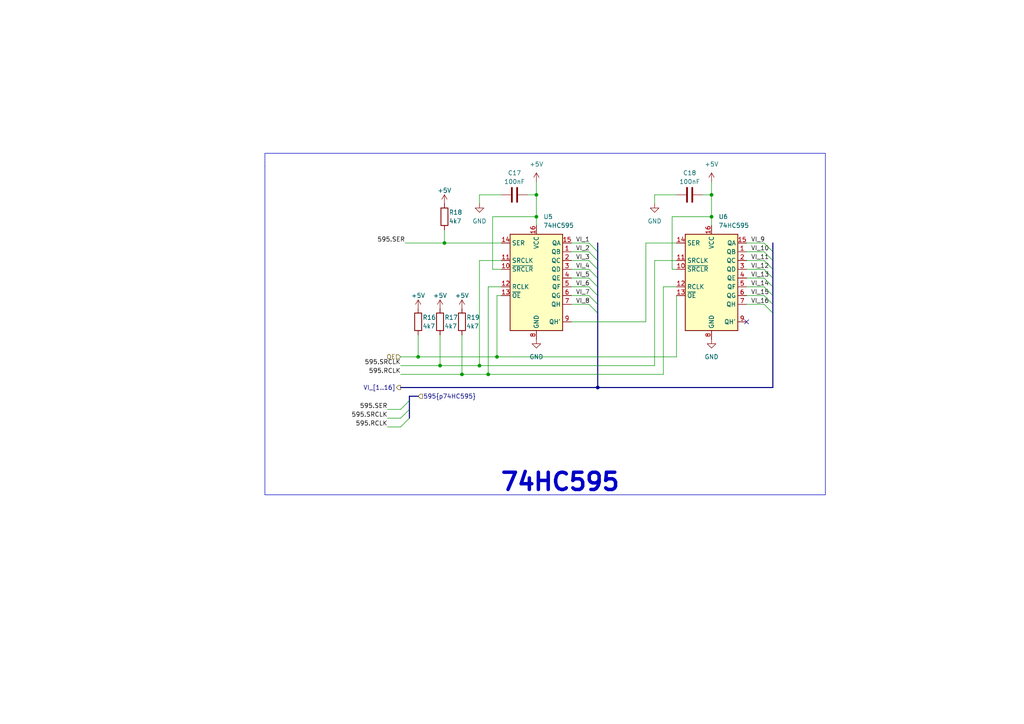
<source format=kicad_sch>
(kicad_sch (version 20230121) (generator eeschema)
  (paper "A4")
  (lib_symbols
    (symbol "74xx:74HC595"
      (property "Reference" "U" (at -7.62 13.97 0))
      (property "Value" "74HC595" (at -7.62 -16.51 0))
      (symbol "74HC595_1_0"
        (pin tri_state line (at 10.16 7.62 180) (length 2.54) (name "QB") (number "1"))
        (pin input line (at -10.16 2.54 0) (length 2.54) (name "~{SRCLR}") (number "10"))
        (pin input line (at -10.16 5.08 0) (length 2.54) (name "SRCLK") (number "11"))
        (pin input line (at -10.16 -2.54 0) (length 2.54) (name "RCLK") (number "12"))
        (pin input line (at -10.16 -5.08 0) (length 2.54) (name "~{OE}") (number "13"))
        (pin input line (at -10.16 10.16 0) (length 2.54) (name "SER") (number "14"))
        (pin tri_state line (at 10.16 10.16 180) (length 2.54) (name "QA") (number "15"))
        (pin power_in line (at 0 15.24 270) (length 2.54) (name "VCC") (number "16"))
        (pin tri_state line (at 10.16 5.08 180) (length 2.54) (name "QC") (number "2"))
        (pin tri_state line (at 10.16 2.54 180) (length 2.54) (name "QD") (number "3"))
        (pin tri_state line (at 10.16 0 180) (length 2.54) (name "QE") (number "4"))
        (pin tri_state line (at 10.16 -2.54 180) (length 2.54) (name "QF") (number "5"))
        (pin tri_state line (at 10.16 -5.08 180) (length 2.54) (name "QG") (number "6"))
        (pin tri_state line (at 10.16 -7.62 180) (length 2.54) (name "QH") (number "7"))
        (pin power_in line (at 0 -17.78 90) (length 2.54) (name "GND") (number "8"))
        (pin output line (at 10.16 -12.7 180) (length 2.54) (name "QH'") (number "9"))
      )
      (symbol "74HC595_1_1"
        (rectangle (start -7.62 12.7) (end 7.62 -15.24) (stroke (width 0.254)) (fill (type background)))
      )
    )
    (symbol "Device:C" (pin_numbers hide) (pin_names (offset 0.254))
      (property "Reference" "C" (at 0.635 2.54 0))
      (property "Value" "C" (at 0.635 -2.54 0))
      (symbol "C_0_1"
        (polyline (pts (xy -2.032 -0.762) (xy 2.032 -0.762)) (stroke (width 0.508)))
        (polyline (pts (xy -2.032 0.762) (xy 2.032 0.762)) (stroke (width 0.508)))
      )
      (symbol "C_1_1"
        (pin passive line (at 0 3.81 270) (length 2.794) (name "~") (number "1"))
        (pin passive line (at 0 -3.81 90) (length 2.794) (name "~") (number "2"))
      )
    )
    (symbol "Device:R" (pin_numbers hide) (pin_names (offset 0))
      (property "Reference" "R" (at 2.032 0 90))
      (property "Value" "R" (at 0 0 90))
      (symbol "R_0_1"
        (rectangle (start -1.016 -2.54) (end 1.016 2.54) (stroke (width 0.254)))
      )
      (symbol "R_1_1"
        (pin passive line (at 0 3.81 270) (length 1.27) (name "~") (number "1"))
        (pin passive line (at 0 -3.81 90) (length 1.27) (name "~") (number "2"))
      )
    )
    (symbol "power:+5V" (power) (pin_names (offset 0))
      (property "Value" "+5V" (at 0 3.556 0))
      (symbol "+5V_0_1"
        (polyline (pts (xy -0.762 1.27) (xy 0 2.54)))
        (polyline (pts (xy 0 0) (xy 0 2.54)))
        (polyline (pts (xy 0 2.54) (xy 0.762 1.27)))
      )
      (symbol "+5V_1_1"
        (pin power_in line (at 0 0 90) (length 0) hide (name "+5V") (number "1"))
      )
    )
    (symbol "power:GND" (power) (pin_names (offset 0))
      (property "Value" "GND" (at 0 -3.81 0))
      (symbol "GND_0_1"
        (polyline (pts (xy 0 0) (xy 0 -1.27) (xy 1.27 -1.27) (xy 0 -2.54) (xy -1.27 -1.27) (xy 0 -1.27)))
      )
      (symbol "GND_1_1"
        (pin power_in line (at 0 0 270) (length 0) hide (name "GND") (number "1"))
      )
    )
  )
  (junction (at 206.375 62.865))
  (junction (at 144.145 103.505))
  (junction (at 155.575 56.515))
  (junction (at 173.355 112.395))
  (junction (at 139.065 106.045))
  (junction (at 133.985 108.585))
  (junction (at 155.575 62.865))
  (junction (at 206.375 56.515))
  (junction (at 121.285 103.505))
  (junction (at 127.635 106.045))
  (junction (at 128.905 70.485))
  (junction (at 141.605 108.585))
  (no_connect (at 216.535 93.345))
  (bus_entry (at 221.615 80.645) (size 2.54 2.54))
  (bus_entry (at 221.615 70.485) (size 2.54 2.54))
  (bus_entry (at 221.615 73.025) (size 2.54 2.54))
  (bus_entry (at 170.815 70.485) (size 2.54 2.54))
  (bus_entry (at 221.615 83.185) (size 2.54 2.54))
  (bus_entry (at 170.815 73.025) (size 2.54 2.54))
  (bus_entry (at 170.815 78.105) (size 2.54 2.54))
  (bus_entry (at 116.205 123.825) (size 2.54 -2.54))
  (bus_entry (at 170.815 75.565) (size 2.54 2.54))
  (bus_entry (at 170.815 83.185) (size 2.54 2.54))
  (bus_entry (at 116.205 118.745) (size 2.54 -2.54))
  (bus_entry (at 170.815 85.725) (size 2.54 2.54))
  (bus_entry (at 116.205 121.285) (size 2.54 -2.54))
  (bus_entry (at 221.615 85.725) (size 2.54 2.54))
  (bus_entry (at 170.815 80.645) (size 2.54 2.54))
  (bus_entry (at 221.615 75.565) (size 2.54 2.54))
  (bus_entry (at 221.615 78.105) (size 2.54 2.54))
  (bus_entry (at 170.815 88.265) (size 2.54 2.54))
  (bus_entry (at 221.615 88.265) (size 2.54 2.54))
  (bus (pts (xy 224.155 70.485) (xy 224.155 73.025)))
  (bus (pts (xy 173.355 75.565) (xy 173.355 78.105)))
  (bus (pts (xy 224.155 88.265) (xy 224.155 90.805)))
  (wire (pts (xy 121.285 97.155) (xy 121.285 103.505)))
  (wire (pts (xy 206.375 62.865) (xy 206.375 65.405)))
  (wire (pts (xy 155.575 56.515) (xy 155.575 62.865)))
  (bus (pts (xy 173.355 80.645) (xy 173.355 83.185)))
  (wire (pts (xy 155.575 52.705) (xy 155.575 56.515)))
  (wire (pts (xy 216.535 80.645) (xy 221.615 80.645)))
  (wire (pts (xy 216.535 75.565) (xy 221.615 75.565)))
  (wire (pts (xy 165.735 93.345) (xy 187.325 93.345)))
  (wire (pts (xy 116.205 108.585) (xy 133.985 108.585)))
  (wire (pts (xy 127.635 97.155) (xy 127.635 106.045)))
  (wire (pts (xy 165.735 70.485) (xy 170.815 70.485)))
  (bus (pts (xy 173.355 70.485) (xy 173.355 73.025)))
  (wire (pts (xy 192.405 83.185) (xy 192.405 108.585)))
  (wire (pts (xy 216.535 83.185) (xy 221.615 83.185)))
  (wire (pts (xy 142.875 78.105) (xy 142.875 62.865)))
  (wire (pts (xy 196.215 85.725) (xy 196.215 103.505)))
  (wire (pts (xy 216.535 78.105) (xy 221.615 78.105)))
  (bus (pts (xy 173.355 78.105) (xy 173.355 80.645)))
  (bus (pts (xy 118.745 121.285) (xy 118.745 118.745)))
  (bus (pts (xy 118.745 116.205) (xy 118.745 114.935)))
  (wire (pts (xy 206.375 56.515) (xy 206.375 62.865)))
  (wire (pts (xy 187.325 70.485) (xy 196.215 70.485)))
  (wire (pts (xy 165.735 78.105) (xy 170.815 78.105)))
  (bus (pts (xy 224.155 75.565) (xy 224.155 78.105)))
  (wire (pts (xy 196.215 56.515) (xy 189.865 56.515)))
  (wire (pts (xy 141.605 108.585) (xy 192.405 108.585)))
  (bus (pts (xy 224.155 78.105) (xy 224.155 80.645)))
  (polyline (pts (xy 239.395 44.45) (xy 76.835 44.45)))
  (wire (pts (xy 153.035 56.515) (xy 155.575 56.515)))
  (wire (pts (xy 196.215 83.185) (xy 192.405 83.185)))
  (wire (pts (xy 203.835 56.515) (xy 206.375 56.515)))
  (wire (pts (xy 145.415 56.515) (xy 139.065 56.515)))
  (wire (pts (xy 128.905 70.485) (xy 145.415 70.485)))
  (wire (pts (xy 116.205 123.825) (xy 112.395 123.825)))
  (wire (pts (xy 139.065 75.565) (xy 145.415 75.565)))
  (wire (pts (xy 139.065 56.515) (xy 139.065 59.055)))
  (bus (pts (xy 224.155 83.185) (xy 224.155 85.725)))
  (wire (pts (xy 141.605 83.185) (xy 141.605 108.585)))
  (bus (pts (xy 224.155 73.025) (xy 224.155 75.565)))
  (wire (pts (xy 194.945 62.865) (xy 206.375 62.865)))
  (bus (pts (xy 173.355 73.025) (xy 173.355 75.565)))
  (wire (pts (xy 216.535 70.485) (xy 221.615 70.485)))
  (wire (pts (xy 165.735 80.645) (xy 170.815 80.645)))
  (wire (pts (xy 189.865 75.565) (xy 189.865 106.045)))
  (bus (pts (xy 224.155 90.805) (xy 224.155 112.395)))
  (wire (pts (xy 216.535 85.725) (xy 221.615 85.725)))
  (wire (pts (xy 116.205 121.285) (xy 112.395 121.285)))
  (bus (pts (xy 118.745 114.935) (xy 121.285 114.935)))
  (wire (pts (xy 189.865 56.515) (xy 189.865 59.055)))
  (wire (pts (xy 187.325 93.345) (xy 187.325 70.485)))
  (polyline (pts (xy 239.395 143.51) (xy 239.395 44.45)))
  (wire (pts (xy 133.985 108.585) (xy 141.605 108.585)))
  (wire (pts (xy 145.415 85.725) (xy 144.145 85.725)))
  (polyline (pts (xy 76.835 48.26) (xy 76.835 143.51)))
  (wire (pts (xy 196.215 78.105) (xy 194.945 78.105)))
  (wire (pts (xy 116.205 103.505) (xy 121.285 103.505)))
  (wire (pts (xy 121.285 103.505) (xy 144.145 103.505)))
  (wire (pts (xy 117.475 70.485) (xy 128.905 70.485)))
  (wire (pts (xy 128.905 66.675) (xy 128.905 70.485)))
  (wire (pts (xy 155.575 62.865) (xy 155.575 65.405)))
  (bus (pts (xy 118.745 118.745) (xy 118.745 116.205)))
  (wire (pts (xy 165.735 73.025) (xy 170.815 73.025)))
  (bus (pts (xy 173.355 112.395) (xy 224.155 112.395)))
  (wire (pts (xy 189.865 106.045) (xy 139.065 106.045)))
  (wire (pts (xy 216.535 73.025) (xy 221.615 73.025)))
  (wire (pts (xy 165.735 88.265) (xy 170.815 88.265)))
  (bus (pts (xy 173.355 85.725) (xy 173.355 88.265)))
  (bus (pts (xy 173.355 90.805) (xy 173.355 112.395)))
  (wire (pts (xy 165.735 75.565) (xy 170.815 75.565)))
  (wire (pts (xy 127.635 106.045) (xy 139.065 106.045)))
  (wire (pts (xy 196.215 75.565) (xy 189.865 75.565)))
  (wire (pts (xy 144.145 85.725) (xy 144.145 103.505)))
  (bus (pts (xy 173.355 83.185) (xy 173.355 85.725)))
  (wire (pts (xy 142.875 62.865) (xy 155.575 62.865)))
  (wire (pts (xy 145.415 83.185) (xy 141.605 83.185)))
  (wire (pts (xy 133.985 97.155) (xy 133.985 108.585)))
  (wire (pts (xy 116.205 118.745) (xy 112.395 118.745)))
  (bus (pts (xy 224.155 80.645) (xy 224.155 83.185)))
  (wire (pts (xy 216.535 88.265) (xy 221.615 88.265)))
  (wire (pts (xy 165.735 83.185) (xy 170.815 83.185)))
  (wire (pts (xy 165.735 85.725) (xy 170.815 85.725)))
  (polyline (pts (xy 76.835 44.45) (xy 76.835 48.26)))
  (wire (pts (xy 116.205 106.045) (xy 127.635 106.045)))
  (bus (pts (xy 173.355 88.265) (xy 173.355 90.805)))
  (wire (pts (xy 145.415 78.105) (xy 142.875 78.105)))
  (wire (pts (xy 144.145 103.505) (xy 196.215 103.505)))
  (polyline (pts (xy 76.835 143.51) (xy 239.395 143.51)))
  (bus (pts (xy 224.155 85.725) (xy 224.155 88.265)))
  (wire (pts (xy 206.375 52.705) (xy 206.375 56.515)))
  (wire (pts (xy 139.065 75.565) (xy 139.065 106.045)))
  (wire (pts (xy 194.945 78.105) (xy 194.945 62.865)))
  (bus (pts (xy 116.205 112.395) (xy 173.355 112.395)))
  (text "74HC595" (at 144.78 142.875 0) (effects (font (size 5 5) bold) (justify left bottom)))
  (label "VI_1" (at 167.005 70.485 0))
  (label "595.SRCLK" (at 112.395 121.285 180))
  (label "VI_8" (at 167.005 88.265 0))
  (label "VI_11" (at 217.805 75.565 0))
  (label "VI_5" (at 167.005 80.645 0))
  (label "VI_16" (at 217.805 88.265 0))
  (label "VI_4" (at 167.005 78.105 0))
  (label "595.RCLK" (at 116.205 108.585 180))
  (label "595.RCLK" (at 112.395 123.825 180))
  (label "VI_15" (at 217.805 85.725 0))
  (label "VI_6" (at 167.005 83.185 0))
  (label "VI_7" (at 167.005 85.725 0))
  (label "VI_9" (at 217.805 70.485 0))
  (label "595.SER" (at 117.475 70.485 180))
  (label "VI_12" (at 217.805 78.105 0))
  (label "595.SER" (at 112.395 118.745 180))
  (label "VI_2" (at 167.005 73.025 0))
  (label "595.SRCLK" (at 116.205 106.045 180))
  (label "VI_3" (at 167.005 75.565 0))
  (label "VI_14" (at 217.805 83.185 0))
  (label "VI_13" (at 217.805 80.645 0))
  (label "VI_10" (at 217.805 73.025 0))
  (hierarchical_label "OE" (shape input) (at 116.205 103.505 180))
  (hierarchical_label "595{p74HC595}" (shape input) (at 121.285 114.935 0))
  (hierarchical_label "VI_[1..16]" (shape output) (at 116.205 112.395 180))
  (symbol (lib_id "Device:R") (at 127.635 93.345 0) (unit 1)
    (property "Reference" "R17" (at 128.905 92.075 0) (effects (justify left)))
    (property "Value" "4k7" (at 128.905 94.615 0) (effects (justify left)))
    (property "Footprint" "IVS_FOOTPRINTS:R_0603" (effects hide))
  )
  (symbol (lib_id "74xx:74HC595") (at 206.375 80.645 0) (unit 1)
    (property "Reference" "U6" (at 208.3944 62.865 0) (effects (justify left)))
    (property "Value" "74HC595" (at 208.3944 65.405 0) (effects (justify left)))
    (property "Footprint" "IVS_FOOTPRINTS:SOIC-16W_3.92x10.2mm" (effects hide))
    (property "Datasheet" "http://www.ti.com/lit/ds/symlink/sn74hc595.pdf" (effects hide))
  )
  (symbol (lib_id "power:GND") (at 139.065 59.055 0) (unit 1)
    (property "Reference" "#PWR042" (effects hide))
    (property "Value" "GND" (at 139.065 64.135 0))
  )
  (symbol (lib_id "power:GND") (at 155.575 98.425 0) (unit 1)
    (property "Reference" "#PWR044" (effects hide))
    (property "Value" "GND" (at 155.575 103.505 0))
  )
  (symbol (lib_id "power:+5V") (at 127.635 89.535 0) (unit 1)
    (property "Reference" "#PWR039" (effects hide))
    (property "Value" "+5V" (at 127.635 85.725 0))
  )
  (symbol (lib_id "power:+5V") (at 128.905 59.055 0) (unit 1)
    (property "Reference" "#PWR040" (effects hide))
    (property "Value" "+5V" (at 128.905 55.245 0))
  )
  (symbol (lib_id "power:+5V") (at 133.985 89.535 0) (unit 1)
    (property "Reference" "#PWR041" (effects hide))
    (property "Value" "+5V" (at 133.985 85.725 0))
  )
  (symbol (lib_id "Device:R") (at 128.905 62.865 0) (unit 1)
    (property "Reference" "R18" (at 130.175 61.595 0) (effects (justify left)))
    (property "Value" "4k7" (at 130.175 64.135 0) (effects (justify left)))
    (property "Footprint" "IVS_FOOTPRINTS:R_0603" (effects hide))
  )
  (symbol (lib_id "Device:R") (at 121.285 93.345 0) (unit 1)
    (property "Reference" "R16" (at 122.555 92.075 0) (effects (justify left)))
    (property "Value" "4k7" (at 122.555 94.615 0) (effects (justify left)))
    (property "Footprint" "IVS_FOOTPRINTS:R_0603" (effects hide))
  )
  (symbol (lib_id "power:+5V") (at 206.375 52.705 0) (unit 1)
    (property "Reference" "#PWR046" (effects hide))
    (property "Value" "+5V" (at 206.375 47.625 0))
  )
  (symbol (lib_id "74xx:74HC595") (at 155.575 80.645 0) (unit 1)
    (property "Reference" "U5" (at 157.5944 62.865 0) (effects (justify left)))
    (property "Value" "74HC595" (at 157.5944 65.405 0) (effects (justify left)))
    (property "Footprint" "IVS_FOOTPRINTS:SOIC-16W_3.92x10.2mm" (effects hide))
    (property "Datasheet" "http://www.ti.com/lit/ds/symlink/sn74hc595.pdf" (effects hide))
  )
  (symbol (lib_id "Device:C") (at 200.025 56.515 90) (unit 1)
    (property "Reference" "C18" (at 200.0313 50.165 90))
    (property "Value" "100nF" (at 200.0313 52.705 90))
    (property "Footprint" "IVS_FOOTPRINTS:C_0603" (effects hide))
  )
  (symbol (lib_id "power:GND") (at 206.375 98.425 0) (unit 1)
    (property "Reference" "#PWR047" (effects hide))
    (property "Value" "GND" (at 206.375 103.505 0))
  )
  (symbol (lib_id "Device:R") (at 133.985 93.345 0) (unit 1)
    (property "Reference" "R19" (at 135.255 92.075 0) (effects (justify left)))
    (property "Value" "4k7" (at 135.255 94.615 0) (effects (justify left)))
    (property "Footprint" "IVS_FOOTPRINTS:R_0603" (effects hide))
  )
  (symbol (lib_id "power:GND") (at 189.865 59.055 0) (unit 1)
    (property "Reference" "#PWR045" (effects hide))
    (property "Value" "GND" (at 189.865 64.135 0))
  )
  (symbol (lib_id "power:+5V") (at 155.575 52.705 0) (unit 1)
    (property "Reference" "#PWR043" (effects hide))
    (property "Value" "+5V" (at 155.575 47.625 0))
  )
  (symbol (lib_id "power:+5V") (at 121.285 89.535 0) (unit 1)
    (property "Reference" "#PWR038" (effects hide))
    (property "Value" "+5V" (at 121.285 85.725 0))
  )
  (symbol (lib_id "Device:C") (at 149.225 56.515 90) (unit 1)
    (property "Reference" "C17" (at 149.2313 50.165 90))
    (property "Value" "100nF" (at 149.2313 52.705 90))
    (property "Footprint" "IVS_FOOTPRINTS:C_0603" (effects hide))
  )
)
</source>
